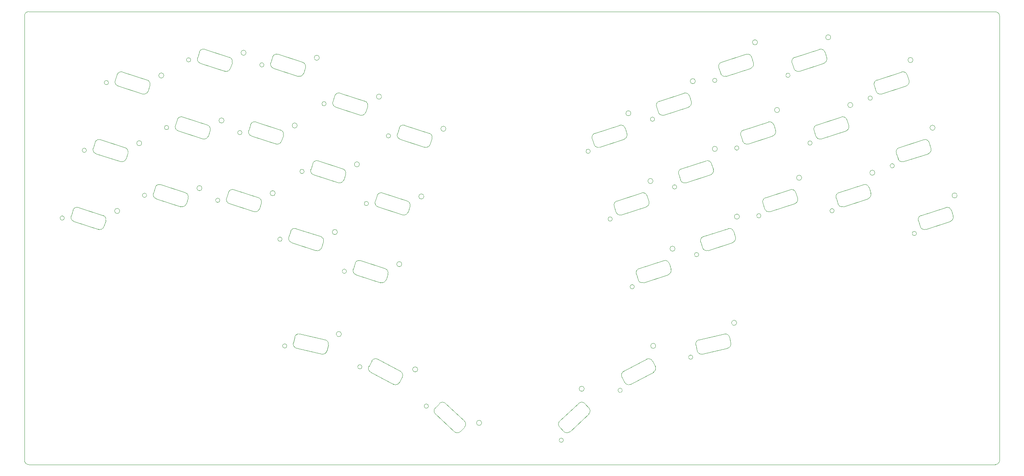
<source format=gbr>
%TF.GenerationSoftware,KiCad,Pcbnew,9.0.6*%
%TF.CreationDate,2025-12-06T20:50:46-05:00*%
%TF.ProjectId,frameortho,6672616d-656f-4727-9468-6f2e6b696361,rev?*%
%TF.SameCoordinates,Original*%
%TF.FileFunction,Profile,NP*%
%FSLAX46Y46*%
G04 Gerber Fmt 4.6, Leading zero omitted, Abs format (unit mm)*
G04 Created by KiCad (PCBNEW 9.0.6) date 2025-12-06 20:50:46*
%MOMM*%
%LPD*%
G01*
G04 APERTURE LIST*
%TA.AperFunction,Profile*%
%ADD10C,0.050000*%
%TD*%
%TA.AperFunction,Profile*%
%ADD11C,0.100000*%
%TD*%
G04 APERTURE END LIST*
D10*
X324236862Y-80072462D02*
G75*
G02*
X325236538Y-81072462I-362J-1000038D01*
G01*
X100236540Y-185000000D02*
X324236540Y-185000000D01*
X325236540Y-184000000D02*
X325236540Y-81072462D01*
X100236540Y-185000000D02*
G75*
G02*
X99236500Y-184000000I-40J1000000D01*
G01*
X325236540Y-184000000D02*
G75*
G02*
X324236540Y-184999940I-999940J0D01*
G01*
X324236862Y-80072462D02*
X100236862Y-80000324D01*
X99236540Y-81000324D02*
G75*
G02*
X100236862Y-80000340I999960J24D01*
G01*
X99236540Y-81000324D02*
X99236540Y-184000000D01*
D11*
%TO.C,S3*%
X156294951Y-91876043D02*
X156727575Y-90544564D01*
X157987648Y-89902525D02*
X163693987Y-91756627D01*
X162643330Y-94990219D02*
X156936990Y-93136117D01*
X164336027Y-93016700D02*
X163903403Y-94348179D01*
X156727575Y-90544564D02*
G75*
G02*
X157987648Y-89902524I951056J-309016D01*
G01*
X156936990Y-93136117D02*
G75*
G02*
X156294951Y-91876043I309016J951056D01*
G01*
X163693987Y-91756627D02*
G75*
G02*
X164336026Y-93016700I-309017J-951056D01*
G01*
X163903403Y-94348179D02*
G75*
G02*
X162643330Y-94990218I-951056J309017D01*
G01*
X154743131Y-92365975D02*
G75*
G02*
X153743129Y-92365975I-500001J0D01*
G01*
X153743129Y-92365975D02*
G75*
G02*
X154743131Y-92365975I500001J0D01*
G01*
X167574979Y-90719761D02*
G75*
G02*
X166374981Y-90719761I-599999J0D01*
G01*
X166374981Y-90719761D02*
G75*
G02*
X167574979Y-90719761I599999J0D01*
G01*
%TO.C,S13*%
X151182756Y-107568483D02*
X151615380Y-106237004D01*
X152875453Y-105594965D02*
X158581792Y-107449067D01*
X157531135Y-110682659D02*
X151824795Y-108828557D01*
X159223832Y-108709140D02*
X158791208Y-110040619D01*
X151615380Y-106237004D02*
G75*
G02*
X152875453Y-105594964I951056J-309016D01*
G01*
X151824795Y-108828557D02*
G75*
G02*
X151182756Y-107568483I309016J951056D01*
G01*
X158581792Y-107449067D02*
G75*
G02*
X159223831Y-108709140I-309017J-951056D01*
G01*
X158791208Y-110040619D02*
G75*
G02*
X157531135Y-110682658I-951056J309017D01*
G01*
X149630936Y-108058415D02*
G75*
G02*
X148630934Y-108058415I-500001J0D01*
G01*
X148630934Y-108058415D02*
G75*
G02*
X149630936Y-108058415I500001J0D01*
G01*
X162462784Y-106412201D02*
G75*
G02*
X161262786Y-106412201I-599999J0D01*
G01*
X161262786Y-106412201D02*
G75*
G02*
X162462784Y-106412201I599999J0D01*
G01*
%TO.C,S12*%
X134212275Y-106406190D02*
X134644899Y-105074711D01*
X135904972Y-104432672D02*
X141611311Y-106286774D01*
X140560654Y-109520366D02*
X134854314Y-107666264D01*
X142253351Y-107546847D02*
X141820727Y-108878326D01*
X134644899Y-105074711D02*
G75*
G02*
X135904972Y-104432671I951056J-309016D01*
G01*
X134854314Y-107666264D02*
G75*
G02*
X134212275Y-106406190I309016J951056D01*
G01*
X141611311Y-106286774D02*
G75*
G02*
X142253350Y-107546847I-309017J-951056D01*
G01*
X141820727Y-108878326D02*
G75*
G02*
X140560654Y-109520365I-951056J309017D01*
G01*
X132660455Y-106896122D02*
G75*
G02*
X131660453Y-106896122I-500001J0D01*
G01*
X131660453Y-106896122D02*
G75*
G02*
X132660455Y-106896122I500001J0D01*
G01*
X145492303Y-105249908D02*
G75*
G02*
X144292305Y-105249908I-599999J0D01*
G01*
X144292305Y-105249908D02*
G75*
G02*
X145492303Y-105249908I599999J0D01*
G01*
%TO.C,S11*%
X115145783Y-111677792D02*
X115578407Y-110346313D01*
X116838480Y-109704274D02*
X122544819Y-111558376D01*
X121494162Y-114791968D02*
X115787822Y-112937866D01*
X123186859Y-112818449D02*
X122754235Y-114149928D01*
X115578407Y-110346313D02*
G75*
G02*
X116838480Y-109704273I951056J-309016D01*
G01*
X115787822Y-112937866D02*
G75*
G02*
X115145783Y-111677792I309016J951056D01*
G01*
X122544819Y-111558376D02*
G75*
G02*
X123186858Y-112818449I-309017J-951056D01*
G01*
X122754235Y-114149928D02*
G75*
G02*
X121494162Y-114791967I-951056J309017D01*
G01*
X113593963Y-112167724D02*
G75*
G02*
X112593961Y-112167724I-500001J0D01*
G01*
X112593961Y-112167724D02*
G75*
G02*
X113593963Y-112167724I500001J0D01*
G01*
X126425811Y-110521510D02*
G75*
G02*
X125225813Y-110521510I-599999J0D01*
G01*
X125225813Y-110521510D02*
G75*
G02*
X126425811Y-110521510I599999J0D01*
G01*
%TO.C,S15*%
X180522743Y-124016244D02*
X180955367Y-122684765D01*
X182215440Y-122042726D02*
X187921779Y-123896828D01*
X186871122Y-127130420D02*
X181164782Y-125276318D01*
X188563819Y-125156901D02*
X188131195Y-126488380D01*
X180955367Y-122684765D02*
G75*
G02*
X182215440Y-122042725I951056J-309016D01*
G01*
X181164782Y-125276318D02*
G75*
G02*
X180522743Y-124016244I309016J951056D01*
G01*
X187921779Y-123896828D02*
G75*
G02*
X188563818Y-125156901I-309017J-951056D01*
G01*
X188131195Y-126488380D02*
G75*
G02*
X186871122Y-127130419I-951056J309017D01*
G01*
X178970923Y-124506176D02*
G75*
G02*
X177970921Y-124506176I-500001J0D01*
G01*
X177970921Y-124506176D02*
G75*
G02*
X178970923Y-124506176I500001J0D01*
G01*
X191802771Y-122859962D02*
G75*
G02*
X190602773Y-122859962I-599999J0D01*
G01*
X190602773Y-122859962D02*
G75*
G02*
X191802771Y-122859962I599999J0D01*
G01*
%TO.C,S10*%
X296606651Y-98457504D02*
X296174027Y-97126025D01*
X296816067Y-95865952D02*
X302522406Y-94011850D01*
X303573064Y-97245442D02*
X297866724Y-99099544D01*
X303782479Y-94653889D02*
X304215103Y-95985368D01*
X296174027Y-97126025D02*
G75*
G02*
X296816067Y-95865951I951055J309018D01*
G01*
X297866724Y-99099544D02*
G75*
G02*
X296606651Y-98457504I-309017J951056D01*
G01*
X302522406Y-94011850D02*
G75*
G02*
X303782479Y-94653889I309017J-951056D01*
G01*
X304215103Y-95985368D02*
G75*
G02*
X303573064Y-97245441I-951056J-309017D01*
G01*
X295734668Y-100059897D02*
G75*
G02*
X294734668Y-100059897I-500000J0D01*
G01*
X294734668Y-100059897D02*
G75*
G02*
X295734668Y-100059897I500000J0D01*
G01*
X305167330Y-91244489D02*
G75*
G02*
X303967330Y-91244489I-600000J0D01*
G01*
X303967330Y-91244489D02*
G75*
G02*
X305167330Y-91244489I600000J0D01*
G01*
%TO.C,S31*%
X161541388Y-156838704D02*
X161856319Y-155474586D01*
X163055640Y-154725167D02*
X168901860Y-156074874D01*
X168137027Y-159387732D02*
X162290807Y-158038026D01*
X169651279Y-157274195D02*
X169336348Y-158638313D01*
X161856319Y-155474586D02*
G75*
G02*
X163055640Y-154725167I974369J-224950D01*
G01*
X162290807Y-158038026D02*
G75*
G02*
X161541387Y-156838704I224949J974370D01*
G01*
X168901860Y-156074874D02*
G75*
G02*
X169651279Y-157274195I-224951J-974370D01*
G01*
X169336348Y-158638313D02*
G75*
G02*
X168137027Y-159387732I-974370J224951D01*
G01*
X160040075Y-157505600D02*
G75*
G02*
X159040075Y-157505600I-500000J0D01*
G01*
X159040075Y-157505600D02*
G75*
G02*
X160040075Y-157505600I500000J0D01*
G01*
X172679999Y-154755996D02*
G75*
G02*
X171479999Y-154755996I-600000J0D01*
G01*
X171479999Y-154755996D02*
G75*
G02*
X172679999Y-154755996I600000J0D01*
G01*
%TO.C,S26*%
X241454098Y-142180821D02*
X241021474Y-140849342D01*
X241663514Y-139589269D02*
X247369853Y-137735167D01*
X248420511Y-140968759D02*
X242714171Y-142822861D01*
X248629926Y-138377206D02*
X249062550Y-139708685D01*
X241021474Y-140849342D02*
G75*
G02*
X241663514Y-139589268I951055J309018D01*
G01*
X242714171Y-142822861D02*
G75*
G02*
X241454098Y-142180821I-309017J951056D01*
G01*
X247369853Y-137735167D02*
G75*
G02*
X248629926Y-138377206I309017J-951056D01*
G01*
X249062550Y-139708685D02*
G75*
G02*
X248420511Y-140968758I-951056J-309017D01*
G01*
X240582115Y-143783214D02*
G75*
G02*
X239582115Y-143783214I-500000J0D01*
G01*
X239582115Y-143783214D02*
G75*
G02*
X240582115Y-143783214I500000J0D01*
G01*
X250014777Y-134967806D02*
G75*
G02*
X248814777Y-134967806I-600000J0D01*
G01*
X248814777Y-134967806D02*
G75*
G02*
X250014777Y-134967806I600000J0D01*
G01*
%TO.C,S18*%
X265681873Y-110040619D02*
X265249249Y-108709140D01*
X265891289Y-107449067D02*
X271597628Y-105594965D01*
X272648286Y-108828557D02*
X266941946Y-110682659D01*
X272857701Y-106237004D02*
X273290325Y-107568483D01*
X265249249Y-108709140D02*
G75*
G02*
X265891289Y-107449066I951055J309018D01*
G01*
X266941946Y-110682659D02*
G75*
G02*
X265681873Y-110040619I-309017J951056D01*
G01*
X271597628Y-105594965D02*
G75*
G02*
X272857701Y-106237004I309017J-951056D01*
G01*
X273290325Y-107568483D02*
G75*
G02*
X272648286Y-108828556I-951056J-309017D01*
G01*
X264809890Y-111643012D02*
G75*
G02*
X263809890Y-111643012I-500000J0D01*
G01*
X263809890Y-111643012D02*
G75*
G02*
X264809890Y-111643012I500000J0D01*
G01*
X274242552Y-102827604D02*
G75*
G02*
X273042552Y-102827604I-600000J0D01*
G01*
X273042552Y-102827604D02*
G75*
G02*
X274242552Y-102827604I600000J0D01*
G01*
%TO.C,S35*%
X238354238Y-165977669D02*
X237696978Y-164741542D01*
X238110454Y-163389123D02*
X243408139Y-160572294D01*
X245004342Y-163574315D02*
X239706657Y-166391145D01*
X244760558Y-160985770D02*
X245417818Y-162221896D01*
X237696978Y-164741542D02*
G75*
G02*
X238110454Y-163389123I882946J469472D01*
G01*
X239706657Y-166391145D02*
G75*
G02*
X238354238Y-165977669I-469472J882946D01*
G01*
X243408139Y-160572294D02*
G75*
G02*
X244760558Y-160985770I469472J-882947D01*
G01*
X245417818Y-162221896D02*
G75*
G02*
X245004342Y-163574315I-882947J-469472D01*
G01*
X237781351Y-167793960D02*
G75*
G02*
X236781351Y-167793960I-500000J0D01*
G01*
X236781351Y-167793960D02*
G75*
G02*
X237781351Y-167793960I500000J0D01*
G01*
X245541449Y-157491878D02*
G75*
G02*
X244341449Y-157491878I-600000J0D01*
G01*
X244341449Y-157491878D02*
G75*
G02*
X245541449Y-157491878I600000J0D01*
G01*
%TO.C,S17*%
X251267489Y-119049124D02*
X250834865Y-117717645D01*
X251476905Y-116457572D02*
X257183244Y-114603470D01*
X258233902Y-117837062D02*
X252527562Y-119691164D01*
X258443317Y-115245509D02*
X258875941Y-116576988D01*
X250834865Y-117717645D02*
G75*
G02*
X251476905Y-116457571I951055J309018D01*
G01*
X252527562Y-119691164D02*
G75*
G02*
X251267489Y-119049124I-309017J951056D01*
G01*
X257183244Y-114603470D02*
G75*
G02*
X258443317Y-115245509I309017J-951056D01*
G01*
X258875941Y-116576988D02*
G75*
G02*
X258233902Y-117837061I-951056J-309017D01*
G01*
X250395506Y-120651517D02*
G75*
G02*
X249395506Y-120651517I-500000J0D01*
G01*
X249395506Y-120651517D02*
G75*
G02*
X250395506Y-120651517I500000J0D01*
G01*
X259828168Y-111836109D02*
G75*
G02*
X258628168Y-111836109I-600000J0D01*
G01*
X258628168Y-111836109D02*
G75*
G02*
X259828168Y-111836109I600000J0D01*
G01*
%TO.C,S4*%
X170709335Y-100884548D02*
X171141959Y-99553069D01*
X172402032Y-98911030D02*
X178108371Y-100765132D01*
X177057714Y-103998724D02*
X171351374Y-102144622D01*
X178750411Y-102025205D02*
X178317787Y-103356684D01*
X171141959Y-99553069D02*
G75*
G02*
X172402032Y-98911029I951056J-309016D01*
G01*
X171351374Y-102144622D02*
G75*
G02*
X170709335Y-100884548I309016J951056D01*
G01*
X178108371Y-100765132D02*
G75*
G02*
X178750410Y-102025205I-309017J-951056D01*
G01*
X178317787Y-103356684D02*
G75*
G02*
X177057714Y-103998723I-951056J309017D01*
G01*
X169157515Y-101374480D02*
G75*
G02*
X168157513Y-101374480I-500001J0D01*
G01*
X168157513Y-101374480D02*
G75*
G02*
X169157515Y-101374480I500001J0D01*
G01*
X181989363Y-99728266D02*
G75*
G02*
X180789365Y-99728266I-599999J0D01*
G01*
X180789365Y-99728266D02*
G75*
G02*
X181989363Y-99728266I599999J0D01*
G01*
%TO.C,S23*%
X146070561Y-123260907D02*
X146503185Y-121929428D01*
X147763258Y-121287389D02*
X153469597Y-123141491D01*
X152418940Y-126375083D02*
X146712600Y-124520981D01*
X154111637Y-124401564D02*
X153679013Y-125733043D01*
X146503185Y-121929428D02*
G75*
G02*
X147763258Y-121287388I951056J-309016D01*
G01*
X146712600Y-124520981D02*
G75*
G02*
X146070561Y-123260907I309016J951056D01*
G01*
X153469597Y-123141491D02*
G75*
G02*
X154111636Y-124401564I-309017J-951056D01*
G01*
X153679013Y-125733043D02*
G75*
G02*
X152418940Y-126375082I-951056J309017D01*
G01*
X144518741Y-123750839D02*
G75*
G02*
X143518739Y-123750839I-500001J0D01*
G01*
X143518739Y-123750839D02*
G75*
G02*
X144518741Y-123750839I500001J0D01*
G01*
X157350589Y-122104625D02*
G75*
G02*
X156150591Y-122104625I-599999J0D01*
G01*
X156150591Y-122104625D02*
G75*
G02*
X157350589Y-122104625I599999J0D01*
G01*
%TO.C,S34*%
X224200285Y-177327924D02*
X223245488Y-176304029D01*
X223294843Y-174890677D02*
X227682965Y-170798687D01*
X230001760Y-173285289D02*
X225613638Y-177377279D01*
X229096317Y-170848042D02*
X230051115Y-171871937D01*
X223245488Y-176304029D02*
G75*
G02*
X223294843Y-174890677I731352J681999D01*
G01*
X225613638Y-177377279D02*
G75*
G02*
X224200285Y-177327924I-681999J731352D01*
G01*
X227682965Y-170798687D02*
G75*
G02*
X229096317Y-170848042I681999J-731353D01*
G01*
X230051115Y-171871937D02*
G75*
G02*
X230001760Y-173285290I-731354J-681999D01*
G01*
X224134047Y-179360010D02*
G75*
G02*
X223134047Y-179360010I-500000J0D01*
G01*
X223134047Y-179360010D02*
G75*
G02*
X224134047Y-179360010I500000J0D01*
G01*
X228966759Y-167426384D02*
G75*
G02*
X227766759Y-167426384I-600000J0D01*
G01*
X227766759Y-167426384D02*
G75*
G02*
X228966759Y-167426384I600000J0D01*
G01*
%TO.C,S7*%
X246155294Y-103356684D02*
X245722670Y-102025205D01*
X246364710Y-100765132D02*
X252071049Y-98911030D01*
X253121707Y-102144622D02*
X247415367Y-103998724D01*
X253331122Y-99553069D02*
X253763746Y-100884548D01*
X245722670Y-102025205D02*
G75*
G02*
X246364710Y-100765131I951055J309018D01*
G01*
X247415367Y-103998724D02*
G75*
G02*
X246155294Y-103356684I-309017J951056D01*
G01*
X252071049Y-98911030D02*
G75*
G02*
X253331122Y-99553069I309017J-951056D01*
G01*
X253763746Y-100884548D02*
G75*
G02*
X253121707Y-102144621I-951056J-309017D01*
G01*
X245283311Y-104959077D02*
G75*
G02*
X244283311Y-104959077I-500000J0D01*
G01*
X244283311Y-104959077D02*
G75*
G02*
X245283311Y-104959077I500000J0D01*
G01*
X254715973Y-96143669D02*
G75*
G02*
X253515973Y-96143669I-600000J0D01*
G01*
X253515973Y-96143669D02*
G75*
G02*
X254715973Y-96143669I600000J0D01*
G01*
%TO.C,S20*%
X301718846Y-114149928D02*
X301286222Y-112818449D01*
X301928262Y-111558376D02*
X307634601Y-109704274D01*
X308685259Y-112937866D02*
X302978919Y-114791968D01*
X308894674Y-110346313D02*
X309327298Y-111677792D01*
X301286222Y-112818449D02*
G75*
G02*
X301928262Y-111558375I951055J309018D01*
G01*
X302978919Y-114791968D02*
G75*
G02*
X301718846Y-114149928I-309017J951056D01*
G01*
X307634601Y-109704274D02*
G75*
G02*
X308894674Y-110346313I309017J-951056D01*
G01*
X309327298Y-111677792D02*
G75*
G02*
X308685259Y-112937865I-951056J-309017D01*
G01*
X300846863Y-115752321D02*
G75*
G02*
X299846863Y-115752321I-500000J0D01*
G01*
X299846863Y-115752321D02*
G75*
G02*
X300846863Y-115752321I500000J0D01*
G01*
X310279525Y-106936913D02*
G75*
G02*
X309079525Y-106936913I-600000J0D01*
G01*
X309079525Y-106936913D02*
G75*
G02*
X310279525Y-106936913I600000J0D01*
G01*
%TO.C,S25*%
X175410548Y-139708685D02*
X175843172Y-138377206D01*
X177103245Y-137735167D02*
X182809584Y-139589269D01*
X181758927Y-142822861D02*
X176052587Y-140968759D01*
X183451624Y-140849342D02*
X183019000Y-142180821D01*
X175843172Y-138377206D02*
G75*
G02*
X177103245Y-137735166I951056J-309016D01*
G01*
X176052587Y-140968759D02*
G75*
G02*
X175410548Y-139708685I309016J951056D01*
G01*
X182809584Y-139589269D02*
G75*
G02*
X183451623Y-140849342I-309017J-951056D01*
G01*
X183019000Y-142180821D02*
G75*
G02*
X181758927Y-142822860I-951056J309017D01*
G01*
X173858728Y-140198617D02*
G75*
G02*
X172858726Y-140198617I-500001J0D01*
G01*
X172858726Y-140198617D02*
G75*
G02*
X173858728Y-140198617I500001J0D01*
G01*
X186690576Y-138552403D02*
G75*
G02*
X185490578Y-138552403I-599999J0D01*
G01*
X185490578Y-138552403D02*
G75*
G02*
X186690576Y-138552403I599999J0D01*
G01*
%TO.C,S30*%
X306831041Y-129842368D02*
X306398417Y-128510889D01*
X307040457Y-127250816D02*
X312746796Y-125396714D01*
X313797454Y-128630306D02*
X308091114Y-130484408D01*
X314006869Y-126038753D02*
X314439493Y-127370232D01*
X306398417Y-128510889D02*
G75*
G02*
X307040457Y-127250815I951055J309018D01*
G01*
X308091114Y-130484408D02*
G75*
G02*
X306831041Y-129842368I-309017J951056D01*
G01*
X312746796Y-125396714D02*
G75*
G02*
X314006869Y-126038753I309017J-951056D01*
G01*
X314439493Y-127370232D02*
G75*
G02*
X313797454Y-128630305I-951056J-309017D01*
G01*
X305959058Y-131444761D02*
G75*
G02*
X304959058Y-131444761I-500000J0D01*
G01*
X304959058Y-131444761D02*
G75*
G02*
X305959058Y-131444761I500000J0D01*
G01*
X315391720Y-122629353D02*
G75*
G02*
X314191720Y-122629353I-600000J0D01*
G01*
X314191720Y-122629353D02*
G75*
G02*
X315391720Y-122629353I600000J0D01*
G01*
%TO.C,S2*%
X139324470Y-90713750D02*
X139757094Y-89382271D01*
X141017167Y-88740232D02*
X146723506Y-90594334D01*
X145672849Y-93827926D02*
X139966509Y-91973824D01*
X147365546Y-91854407D02*
X146932922Y-93185886D01*
X139757094Y-89382271D02*
G75*
G02*
X141017167Y-88740231I951056J-309016D01*
G01*
X139966509Y-91973824D02*
G75*
G02*
X139324470Y-90713750I309016J951056D01*
G01*
X146723506Y-90594334D02*
G75*
G02*
X147365545Y-91854407I-309017J-951056D01*
G01*
X146932922Y-93185886D02*
G75*
G02*
X145672849Y-93827925I-951056J309017D01*
G01*
X137772650Y-91203682D02*
G75*
G02*
X136772648Y-91203682I-500001J0D01*
G01*
X136772648Y-91203682D02*
G75*
G02*
X137772650Y-91203682I500001J0D01*
G01*
X150604498Y-89557468D02*
G75*
G02*
X149404500Y-89557468I-599999J0D01*
G01*
X149404500Y-89557468D02*
G75*
G02*
X150604498Y-89557468I599999J0D01*
G01*
%TO.C,S32*%
X179055279Y-162221896D02*
X179712539Y-160985770D01*
X181064958Y-160572294D02*
X186362643Y-163389123D01*
X184766440Y-166391145D02*
X179468755Y-163574315D01*
X186776119Y-164741542D02*
X186118859Y-165977669D01*
X179712539Y-160985770D02*
G75*
G02*
X181064958Y-160572294I882947J-469470D01*
G01*
X179468755Y-163574315D02*
G75*
G02*
X179055279Y-162221896I469470J882947D01*
G01*
X186362643Y-163389123D02*
G75*
G02*
X186776120Y-164741542I-469471J-882948D01*
G01*
X186118859Y-165977669D02*
G75*
G02*
X184766440Y-166391144I-882947J469472D01*
G01*
X177449554Y-162348090D02*
G75*
G02*
X176449554Y-162348090I-500000J0D01*
G01*
X176449554Y-162348090D02*
G75*
G02*
X177449554Y-162348090I500000J0D01*
G01*
X190373840Y-162937748D02*
G75*
G02*
X189173840Y-162937748I-600000J0D01*
G01*
X189173840Y-162937748D02*
G75*
G02*
X190373840Y-162937748I600000J0D01*
G01*
%TO.C,S16*%
X236341902Y-126488380D02*
X235909278Y-125156901D01*
X236551318Y-123896828D02*
X242257657Y-122042726D01*
X243308315Y-125276318D02*
X237601975Y-127130420D01*
X243517730Y-122684765D02*
X243950354Y-124016244D01*
X235909278Y-125156901D02*
G75*
G02*
X236551318Y-123896827I951055J309018D01*
G01*
X237601975Y-127130420D02*
G75*
G02*
X236341902Y-126488380I-309017J951056D01*
G01*
X242257657Y-122042726D02*
G75*
G02*
X243517730Y-122684765I309017J-951056D01*
G01*
X243950354Y-124016244D02*
G75*
G02*
X243308315Y-125276317I-951056J-309017D01*
G01*
X235469919Y-128090773D02*
G75*
G02*
X234469919Y-128090773I-500000J0D01*
G01*
X234469919Y-128090773D02*
G75*
G02*
X235469919Y-128090773I500000J0D01*
G01*
X244902581Y-119275365D02*
G75*
G02*
X243702581Y-119275365I-600000J0D01*
G01*
X243702581Y-119275365D02*
G75*
G02*
X244902581Y-119275365I600000J0D01*
G01*
%TO.C,S22*%
X129100080Y-122098614D02*
X129532704Y-120767135D01*
X130792777Y-120125096D02*
X136499116Y-121979198D01*
X135448459Y-125212790D02*
X129742119Y-123358688D01*
X137141156Y-123239271D02*
X136708532Y-124570750D01*
X129532704Y-120767135D02*
G75*
G02*
X130792777Y-120125095I951056J-309016D01*
G01*
X129742119Y-123358688D02*
G75*
G02*
X129100080Y-122098614I309016J951056D01*
G01*
X136499116Y-121979198D02*
G75*
G02*
X137141155Y-123239271I-309017J-951056D01*
G01*
X136708532Y-124570750D02*
G75*
G02*
X135448459Y-125212789I-951056J309017D01*
G01*
X127548260Y-122588546D02*
G75*
G02*
X126548258Y-122588546I-500001J0D01*
G01*
X126548258Y-122588546D02*
G75*
G02*
X127548260Y-122588546I500001J0D01*
G01*
X140380108Y-120942332D02*
G75*
G02*
X139180110Y-120942332I-599999J0D01*
G01*
X139180110Y-120942332D02*
G75*
G02*
X140380108Y-120942332I599999J0D01*
G01*
%TO.C,S27*%
X256379701Y-134741548D02*
X255947077Y-133410069D01*
X256589117Y-132149996D02*
X262295456Y-130295894D01*
X263346114Y-133529486D02*
X257639774Y-135383588D01*
X263555529Y-130937933D02*
X263988153Y-132269412D01*
X255947077Y-133410069D02*
G75*
G02*
X256589117Y-132149995I951055J309018D01*
G01*
X257639774Y-135383588D02*
G75*
G02*
X256379701Y-134741548I-309017J951056D01*
G01*
X262295456Y-130295894D02*
G75*
G02*
X263555529Y-130937933I309017J-951056D01*
G01*
X263988153Y-132269412D02*
G75*
G02*
X263346114Y-133529485I-951056J-309017D01*
G01*
X255507718Y-136343941D02*
G75*
G02*
X254507718Y-136343941I-500000J0D01*
G01*
X254507718Y-136343941D02*
G75*
G02*
X255507718Y-136343941I500000J0D01*
G01*
X264940380Y-127528533D02*
G75*
G02*
X263740380Y-127528533I-600000J0D01*
G01*
X263740380Y-127528533D02*
G75*
G02*
X264940380Y-127528533I600000J0D01*
G01*
%TO.C,S24*%
X160484945Y-132269412D02*
X160917569Y-130937933D01*
X162177642Y-130295894D02*
X167883981Y-132149996D01*
X166833324Y-135383588D02*
X161126984Y-133529486D01*
X168526021Y-133410069D02*
X168093397Y-134741548D01*
X160917569Y-130937933D02*
G75*
G02*
X162177642Y-130295893I951056J-309016D01*
G01*
X161126984Y-133529486D02*
G75*
G02*
X160484945Y-132269412I309016J951056D01*
G01*
X167883981Y-132149996D02*
G75*
G02*
X168526020Y-133410069I-309017J-951056D01*
G01*
X168093397Y-134741548D02*
G75*
G02*
X166833324Y-135383587I-951056J309017D01*
G01*
X158933125Y-132759344D02*
G75*
G02*
X157933123Y-132759344I-500001J0D01*
G01*
X157933123Y-132759344D02*
G75*
G02*
X158933125Y-132759344I500001J0D01*
G01*
X171764973Y-131113130D02*
G75*
G02*
X170564975Y-131113130I-599999J0D01*
G01*
X170564975Y-131113130D02*
G75*
G02*
X171764973Y-131113130I599999J0D01*
G01*
%TO.C,S6*%
X231229691Y-110795939D02*
X230797067Y-109464460D01*
X231439107Y-108204387D02*
X237145446Y-106350285D01*
X238196104Y-109583877D02*
X232489764Y-111437979D01*
X238405519Y-106992324D02*
X238838143Y-108323803D01*
X230797067Y-109464460D02*
G75*
G02*
X231439107Y-108204386I951055J309018D01*
G01*
X232489764Y-111437979D02*
G75*
G02*
X231229691Y-110795939I-309017J951056D01*
G01*
X237145446Y-106350285D02*
G75*
G02*
X238405519Y-106992324I309017J-951056D01*
G01*
X238838143Y-108323803D02*
G75*
G02*
X238196104Y-109583876I-951056J-309017D01*
G01*
X230357708Y-112398332D02*
G75*
G02*
X229357708Y-112398332I-500000J0D01*
G01*
X229357708Y-112398332D02*
G75*
G02*
X230357708Y-112398332I500000J0D01*
G01*
X239790370Y-103582924D02*
G75*
G02*
X238590370Y-103582924I-600000J0D01*
G01*
X238590370Y-103582924D02*
G75*
G02*
X239790370Y-103582924I600000J0D01*
G01*
%TO.C,S8*%
X260569678Y-94348179D02*
X260137054Y-93016700D01*
X260779094Y-91756627D02*
X266485433Y-89902525D01*
X267536091Y-93136117D02*
X261829751Y-94990219D01*
X267745506Y-90544564D02*
X268178130Y-91876043D01*
X260137054Y-93016700D02*
G75*
G02*
X260779094Y-91756626I951055J309018D01*
G01*
X261829751Y-94990219D02*
G75*
G02*
X260569678Y-94348179I-309017J951056D01*
G01*
X266485433Y-89902525D02*
G75*
G02*
X267745506Y-90544564I309017J-951056D01*
G01*
X268178130Y-91876043D02*
G75*
G02*
X267536091Y-93136116I-951056J-309017D01*
G01*
X259697695Y-95950572D02*
G75*
G02*
X258697695Y-95950572I-500000J0D01*
G01*
X258697695Y-95950572D02*
G75*
G02*
X259697695Y-95950572I500000J0D01*
G01*
X269130357Y-87135164D02*
G75*
G02*
X267930357Y-87135164I-600000J0D01*
G01*
X267930357Y-87135164D02*
G75*
G02*
X269130357Y-87135164I600000J0D01*
G01*
%TO.C,S9*%
X277540159Y-93185886D02*
X277107535Y-91854407D01*
X277749575Y-90594334D02*
X283455914Y-88740232D01*
X284506572Y-91973824D02*
X278800232Y-93827926D01*
X284715987Y-89382271D02*
X285148611Y-90713750D01*
X277107535Y-91854407D02*
G75*
G02*
X277749575Y-90594333I951055J309018D01*
G01*
X278800232Y-93827926D02*
G75*
G02*
X277540159Y-93185886I-309017J951056D01*
G01*
X283455914Y-88740232D02*
G75*
G02*
X284715987Y-89382271I309017J-951056D01*
G01*
X285148611Y-90713750D02*
G75*
G02*
X284506572Y-91973823I-951056J-309017D01*
G01*
X276668176Y-94788279D02*
G75*
G02*
X275668176Y-94788279I-500000J0D01*
G01*
X275668176Y-94788279D02*
G75*
G02*
X276668176Y-94788279I500000J0D01*
G01*
X286100838Y-85972871D02*
G75*
G02*
X284900838Y-85972871I-600000J0D01*
G01*
X284900838Y-85972871D02*
G75*
G02*
X286100838Y-85972871I600000J0D01*
G01*
%TO.C,S28*%
X270794084Y-125733043D02*
X270361460Y-124401564D01*
X271003500Y-123141491D02*
X276709839Y-121287389D01*
X277760497Y-124520981D02*
X272054157Y-126375083D01*
X277969912Y-121929428D02*
X278402536Y-123260907D01*
X270361460Y-124401564D02*
G75*
G02*
X271003500Y-123141490I951055J309018D01*
G01*
X272054157Y-126375083D02*
G75*
G02*
X270794084Y-125733043I-309017J951056D01*
G01*
X276709839Y-121287389D02*
G75*
G02*
X277969912Y-121929428I309017J-951056D01*
G01*
X278402536Y-123260907D02*
G75*
G02*
X277760497Y-124520980I-951056J-309017D01*
G01*
X269922101Y-127335436D02*
G75*
G02*
X268922101Y-127335436I-500000J0D01*
G01*
X268922101Y-127335436D02*
G75*
G02*
X269922101Y-127335436I500000J0D01*
G01*
X279354763Y-118520028D02*
G75*
G02*
X278154763Y-118520028I-600000J0D01*
G01*
X278154763Y-118520028D02*
G75*
G02*
X279354763Y-118520028I600000J0D01*
G01*
%TO.C,S14*%
X165597140Y-116576988D02*
X166029764Y-115245509D01*
X167289837Y-114603470D02*
X172996176Y-116457572D01*
X171945519Y-119691164D02*
X166239179Y-117837062D01*
X173638216Y-117717645D02*
X173205592Y-119049124D01*
X166029764Y-115245509D02*
G75*
G02*
X167289837Y-114603469I951056J-309016D01*
G01*
X166239179Y-117837062D02*
G75*
G02*
X165597140Y-116576988I309016J951056D01*
G01*
X172996176Y-116457572D02*
G75*
G02*
X173638215Y-117717645I-309017J-951056D01*
G01*
X173205592Y-119049124D02*
G75*
G02*
X171945519Y-119691163I-951056J309017D01*
G01*
X164045320Y-117066920D02*
G75*
G02*
X163045318Y-117066920I-500001J0D01*
G01*
X163045318Y-117066920D02*
G75*
G02*
X164045320Y-117066920I500001J0D01*
G01*
X176877168Y-115420706D02*
G75*
G02*
X175677170Y-115420706I-599999J0D01*
G01*
X175677170Y-115420706D02*
G75*
G02*
X176877168Y-115420706I599999J0D01*
G01*
%TO.C,S5*%
X185634938Y-108323803D02*
X186067562Y-106992324D01*
X187327635Y-106350285D02*
X193033974Y-108204387D01*
X191983317Y-111437979D02*
X186276977Y-109583877D01*
X193676014Y-109464460D02*
X193243390Y-110795939D01*
X186067562Y-106992324D02*
G75*
G02*
X187327635Y-106350284I951056J-309016D01*
G01*
X186276977Y-109583877D02*
G75*
G02*
X185634938Y-108323803I309016J951056D01*
G01*
X193033974Y-108204387D02*
G75*
G02*
X193676013Y-109464460I-309017J-951056D01*
G01*
X193243390Y-110795939D02*
G75*
G02*
X191983317Y-111437978I-951056J309017D01*
G01*
X184083118Y-108813735D02*
G75*
G02*
X183083116Y-108813735I-500001J0D01*
G01*
X183083116Y-108813735D02*
G75*
G02*
X184083118Y-108813735I500001J0D01*
G01*
X196914966Y-107167521D02*
G75*
G02*
X195714968Y-107167521I-599999J0D01*
G01*
X195714968Y-107167521D02*
G75*
G02*
X196914966Y-107167521I599999J0D01*
G01*
%TO.C,S33*%
X194421966Y-171871937D02*
X195376764Y-170848042D01*
X196790116Y-170798687D02*
X201178238Y-174890677D01*
X198859443Y-177377279D02*
X194471321Y-173285289D01*
X201227593Y-176304029D02*
X200272796Y-177327924D01*
X195376764Y-170848042D02*
G75*
G02*
X196790116Y-170798687I731353J-681997D01*
G01*
X194471321Y-173285289D02*
G75*
G02*
X194421966Y-171871937I681997J731353D01*
G01*
X201178238Y-174890677D02*
G75*
G02*
X201227594Y-176304029I-681998J-731354D01*
G01*
X200272796Y-177327924D02*
G75*
G02*
X198859443Y-177377279I-731354J681998D01*
G01*
X192855331Y-171448829D02*
G75*
G02*
X191855331Y-171448829I-500000J0D01*
G01*
X191855331Y-171448829D02*
G75*
G02*
X192855331Y-171448829I500000J0D01*
G01*
X205190025Y-175337565D02*
G75*
G02*
X203990025Y-175337565I-600000J0D01*
G01*
X203990025Y-175337565D02*
G75*
G02*
X205190025Y-175337565I600000J0D01*
G01*
%TO.C,S29*%
X287764565Y-124570750D02*
X287331941Y-123239271D01*
X287973981Y-121979198D02*
X293680320Y-120125096D01*
X294730978Y-123358688D02*
X289024638Y-125212790D01*
X294940393Y-120767135D02*
X295373017Y-122098614D01*
X287331941Y-123239271D02*
G75*
G02*
X287973981Y-121979197I951055J309018D01*
G01*
X289024638Y-125212790D02*
G75*
G02*
X287764565Y-124570750I-309017J951056D01*
G01*
X293680320Y-120125096D02*
G75*
G02*
X294940393Y-120767135I309017J-951056D01*
G01*
X295373017Y-122098614D02*
G75*
G02*
X294730978Y-123358687I-951056J-309017D01*
G01*
X286892582Y-126173143D02*
G75*
G02*
X285892582Y-126173143I-500000J0D01*
G01*
X285892582Y-126173143D02*
G75*
G02*
X286892582Y-126173143I500000J0D01*
G01*
X296325244Y-117357735D02*
G75*
G02*
X295125244Y-117357735I-600000J0D01*
G01*
X295125244Y-117357735D02*
G75*
G02*
X296325244Y-117357735I600000J0D01*
G01*
%TO.C,S21*%
X110033588Y-127370232D02*
X110466212Y-126038753D01*
X111726285Y-125396714D02*
X117432624Y-127250816D01*
X116381967Y-130484408D02*
X110675627Y-128630306D01*
X118074664Y-128510889D02*
X117642040Y-129842368D01*
X110466212Y-126038753D02*
G75*
G02*
X111726285Y-125396713I951056J-309016D01*
G01*
X110675627Y-128630306D02*
G75*
G02*
X110033588Y-127370232I309016J951056D01*
G01*
X117432624Y-127250816D02*
G75*
G02*
X118074663Y-128510889I-309017J-951056D01*
G01*
X117642040Y-129842368D02*
G75*
G02*
X116381967Y-130484407I-951056J309017D01*
G01*
X108481768Y-127860164D02*
G75*
G02*
X107481766Y-127860164I-500001J0D01*
G01*
X107481766Y-127860164D02*
G75*
G02*
X108481768Y-127860164I500001J0D01*
G01*
X121313616Y-126213950D02*
G75*
G02*
X120113618Y-126213950I-599999J0D01*
G01*
X120113618Y-126213950D02*
G75*
G02*
X121313616Y-126213950I599999J0D01*
G01*
%TO.C,S1*%
X120257994Y-95985368D02*
X120690618Y-94653889D01*
X121950691Y-94011850D02*
X127657030Y-95865952D01*
X126606373Y-99099544D02*
X120900033Y-97245442D01*
X128299070Y-97126025D02*
X127866446Y-98457504D01*
X120690618Y-94653889D02*
G75*
G02*
X121950691Y-94011849I951056J-309016D01*
G01*
X120900033Y-97245442D02*
G75*
G02*
X120257994Y-95985368I309016J951056D01*
G01*
X127657030Y-95865952D02*
G75*
G02*
X128299069Y-97126025I-309017J-951056D01*
G01*
X127866446Y-98457504D02*
G75*
G02*
X126606373Y-99099543I-951056J309017D01*
G01*
X118706174Y-96475300D02*
G75*
G02*
X117706172Y-96475300I-500001J0D01*
G01*
X117706172Y-96475300D02*
G75*
G02*
X118706174Y-96475300I500001J0D01*
G01*
X131538022Y-94829086D02*
G75*
G02*
X130338024Y-94829086I-599999J0D01*
G01*
X130338024Y-94829086D02*
G75*
G02*
X131538022Y-94829086I599999J0D01*
G01*
%TO.C,S36*%
X255136733Y-158638313D02*
X254821802Y-157274195D01*
X255571221Y-156074874D02*
X261417441Y-154725167D01*
X262182274Y-158038026D02*
X256336054Y-159387732D01*
X262616762Y-155474586D02*
X262931693Y-156838704D01*
X254821802Y-157274195D02*
G75*
G02*
X255571221Y-156074874I974368J224952D01*
G01*
X256336054Y-159387732D02*
G75*
G02*
X255136733Y-158638313I-224952J974369D01*
G01*
X261417441Y-154725167D02*
G75*
G02*
X262616762Y-155474586I224951J-974370D01*
G01*
X262931693Y-156838704D02*
G75*
G02*
X262182274Y-158038025I-974370J-224951D01*
G01*
X254130313Y-160115032D02*
G75*
G02*
X253130313Y-160115032I-500000J0D01*
G01*
X253130313Y-160115032D02*
G75*
G02*
X254130313Y-160115032I500000J0D01*
G01*
X264295775Y-152146564D02*
G75*
G02*
X263095775Y-152146564I-600000J0D01*
G01*
X263095775Y-152146564D02*
G75*
G02*
X264295775Y-152146564I600000J0D01*
G01*
%TO.C,S19*%
X282652370Y-108878326D02*
X282219746Y-107546847D01*
X282861786Y-106286774D02*
X288568125Y-104432672D01*
X289618783Y-107666264D02*
X283912443Y-109520366D01*
X289828198Y-105074711D02*
X290260822Y-106406190D01*
X282219746Y-107546847D02*
G75*
G02*
X282861786Y-106286773I951055J309018D01*
G01*
X283912443Y-109520366D02*
G75*
G02*
X282652370Y-108878326I-309017J951056D01*
G01*
X288568125Y-104432672D02*
G75*
G02*
X289828198Y-105074711I309017J-951056D01*
G01*
X290260822Y-106406190D02*
G75*
G02*
X289618783Y-107666263I-951056J-309017D01*
G01*
X281780387Y-110480719D02*
G75*
G02*
X280780387Y-110480719I-500000J0D01*
G01*
X280780387Y-110480719D02*
G75*
G02*
X281780387Y-110480719I500000J0D01*
G01*
X291213049Y-101665311D02*
G75*
G02*
X290013049Y-101665311I-600000J0D01*
G01*
X290013049Y-101665311D02*
G75*
G02*
X291213049Y-101665311I600000J0D01*
G01*
%TD*%
M02*

</source>
